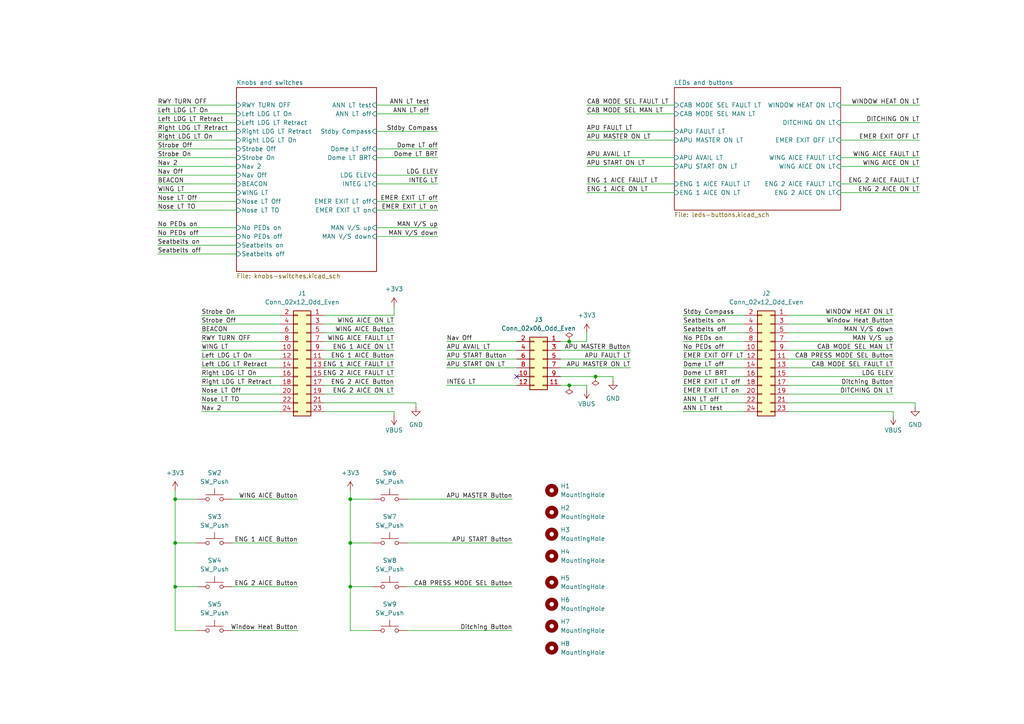
<source format=kicad_sch>
(kicad_sch (version 20231120) (generator "eeschema") (generator_version "8.0")
  (paper "A4")
  (lib_symbols
    (symbol "Connector_Generic:Conn_02x06_Odd_Even" (pin_names (offset 1.016) hide)
      (property "Reference" "J" (at 1.27 7.62 0))
      (property "Value" "Conn_02x06_Odd_Even" (at 1.27 -10.16 0))
      (symbol "Conn_02x06_Odd_Even_1_1"
        (rectangle (start -1.27 -7.493) (end 0 -7.747) (stroke (width 0.1524)))
        (rectangle (start -1.27 -4.953) (end 0 -5.207) (stroke (width 0.1524)))
        (rectangle (start -1.27 -2.413) (end 0 -2.667) (stroke (width 0.1524)))
        (rectangle (start -1.27 0.127) (end 0 -0.127) (stroke (width 0.1524)))
        (rectangle (start -1.27 2.667) (end 0 2.413) (stroke (width 0.1524)))
        (rectangle (start -1.27 5.207) (end 0 4.953) (stroke (width 0.1524)))
        (rectangle (start -1.27 6.35) (end 3.81 -8.89) (stroke (width 0.254)) (fill (type background)))
        (rectangle (start 3.81 -7.493) (end 2.54 -7.747) (stroke (width 0.1524)))
        (rectangle (start 3.81 -4.953) (end 2.54 -5.207) (stroke (width 0.1524)))
        (rectangle (start 3.81 -2.413) (end 2.54 -2.667) (stroke (width 0.1524)))
        (rectangle (start 3.81 0.127) (end 2.54 -0.127) (stroke (width 0.1524)))
        (rectangle (start 3.81 2.667) (end 2.54 2.413) (stroke (width 0.1524)))
        (rectangle (start 3.81 5.207) (end 2.54 4.953) (stroke (width 0.1524)))
        (pin passive line (at -5.08 5.08 0) (length 3.81) (name "Pin_1") (number "1"))
        (pin passive line (at 7.62 -5.08 180) (length 3.81) (name "Pin_10") (number "10"))
        (pin passive line (at -5.08 -7.62 0) (length 3.81) (name "Pin_11") (number "11"))
        (pin passive line (at 7.62 -7.62 180) (length 3.81) (name "Pin_12") (number "12"))
        (pin passive line (at 7.62 5.08 180) (length 3.81) (name "Pin_2") (number "2"))
        (pin passive line (at -5.08 2.54 0) (length 3.81) (name "Pin_3") (number "3"))
        (pin passive line (at 7.62 2.54 180) (length 3.81) (name "Pin_4") (number "4"))
        (pin passive line (at -5.08 0 0) (length 3.81) (name "Pin_5") (number "5"))
        (pin passive line (at 7.62 0 180) (length 3.81) (name "Pin_6") (number "6"))
        (pin passive line (at -5.08 -2.54 0) (length 3.81) (name "Pin_7") (number "7"))
        (pin passive line (at 7.62 -2.54 180) (length 3.81) (name "Pin_8") (number "8"))
        (pin passive line (at -5.08 -5.08 0) (length 3.81) (name "Pin_9") (number "9"))
      )
    )
    (symbol "Connector_Generic:Conn_02x12_Odd_Even" (pin_names (offset 1.016) hide)
      (property "Reference" "J" (at 1.27 15.24 0))
      (property "Value" "Conn_02x12_Odd_Even" (at 1.27 -17.78 0))
      (symbol "Conn_02x12_Odd_Even_1_1"
        (rectangle (start -1.27 -15.113) (end 0 -15.367) (stroke (width 0.1524)))
        (rectangle (start -1.27 -12.573) (end 0 -12.827) (stroke (width 0.1524)))
        (rectangle (start -1.27 -10.033) (end 0 -10.287) (stroke (width 0.1524)))
        (rectangle (start -1.27 -7.493) (end 0 -7.747) (stroke (width 0.1524)))
        (rectangle (start -1.27 -4.953) (end 0 -5.207) (stroke (width 0.1524)))
        (rectangle (start -1.27 -2.413) (end 0 -2.667) (stroke (width 0.1524)))
        (rectangle (start -1.27 0.127) (end 0 -0.127) (stroke (width 0.1524)))
        (rectangle (start -1.27 2.667) (end 0 2.413) (stroke (width 0.1524)))
        (rectangle (start -1.27 5.207) (end 0 4.953) (stroke (width 0.1524)))
        (rectangle (start -1.27 7.747) (end 0 7.493) (stroke (width 0.1524)))
        (rectangle (start -1.27 10.287) (end 0 10.033) (stroke (width 0.1524)))
        (rectangle (start -1.27 12.827) (end 0 12.573) (stroke (width 0.1524)))
        (rectangle (start -1.27 13.97) (end 3.81 -16.51) (stroke (width 0.254)) (fill (type background)))
        (rectangle (start 3.81 -15.113) (end 2.54 -15.367) (stroke (width 0.1524)))
        (rectangle (start 3.81 -12.573) (end 2.54 -12.827) (stroke (width 0.1524)))
        (rectangle (start 3.81 -10.033) (end 2.54 -10.287) (stroke (width 0.1524)))
        (rectangle (start 3.81 -7.493) (end 2.54 -7.747) (stroke (width 0.1524)))
        (rectangle (start 3.81 -4.953) (end 2.54 -5.207) (stroke (width 0.1524)))
        (rectangle (start 3.81 -2.413) (end 2.54 -2.667) (stroke (width 0.1524)))
        (rectangle (start 3.81 0.127) (end 2.54 -0.127) (stroke (width 0.1524)))
        (rectangle (start 3.81 2.667) (end 2.54 2.413) (stroke (width 0.1524)))
        (rectangle (start 3.81 5.207) (end 2.54 4.953) (stroke (width 0.1524)))
        (rectangle (start 3.81 7.747) (end 2.54 7.493) (stroke (width 0.1524)))
        (rectangle (start 3.81 10.287) (end 2.54 10.033) (stroke (width 0.1524)))
        (rectangle (start 3.81 12.827) (end 2.54 12.573) (stroke (width 0.1524)))
        (pin passive line (at -5.08 12.7 0) (length 3.81) (name "Pin_1") (number "1"))
        (pin passive line (at 7.62 2.54 180) (length 3.81) (name "Pin_10") (number "10"))
        (pin passive line (at -5.08 0 0) (length 3.81) (name "Pin_11") (number "11"))
        (pin passive line (at 7.62 0 180) (length 3.81) (name "Pin_12") (number "12"))
        (pin passive line (at -5.08 -2.54 0) (length 3.81) (name "Pin_13") (number "13"))
        (pin passive line (at 7.62 -2.54 180) (length 3.81) (name "Pin_14") (number "14"))
        (pin passive line (at -5.08 -5.08 0) (length 3.81) (name "Pin_15") (number "15"))
        (pin passive line (at 7.62 -5.08 180) (length 3.81) (name "Pin_16") (number "16"))
        (pin passive line (at -5.08 -7.62 0) (length 3.81) (name "Pin_17") (number "17"))
        (pin passive line (at 7.62 -7.62 180) (length 3.81) (name "Pin_18") (number "18"))
        (pin passive line (at -5.08 -10.16 0) (length 3.81) (name "Pin_19") (number "19"))
        (pin passive line (at 7.62 12.7 180) (length 3.81) (name "Pin_2") (number "2"))
        (pin passive line (at 7.62 -10.16 180) (length 3.81) (name "Pin_20") (number "20"))
        (pin passive line (at -5.08 -12.7 0) (length 3.81) (name "Pin_21") (number "21"))
        (pin passive line (at 7.62 -12.7 180) (length 3.81) (name "Pin_22") (number "22"))
        (pin passive line (at -5.08 -15.24 0) (length 3.81) (name "Pin_23") (number "23"))
        (pin passive line (at 7.62 -15.24 180) (length 3.81) (name "Pin_24") (number "24"))
        (pin passive line (at -5.08 10.16 0) (length 3.81) (name "Pin_3") (number "3"))
        (pin passive line (at 7.62 10.16 180) (length 3.81) (name "Pin_4") (number "4"))
        (pin passive line (at -5.08 7.62 0) (length 3.81) (name "Pin_5") (number "5"))
        (pin passive line (at 7.62 7.62 180) (length 3.81) (name "Pin_6") (number "6"))
        (pin passive line (at -5.08 5.08 0) (length 3.81) (name "Pin_7") (number "7"))
        (pin passive line (at 7.62 5.08 180) (length 3.81) (name "Pin_8") (number "8"))
        (pin passive line (at -5.08 2.54 0) (length 3.81) (name "Pin_9") (number "9"))
      )
    )
    (symbol "GND_1" (power) (pin_numbers hide) (pin_names (offset 0) hide)
      (property "Value" "GND" (at 0 -3.81 0))
      (symbol "GND_1_0_1"
        (polyline (pts (xy 0 0) (xy 0 -1.27) (xy 1.27 -1.27) (xy 0 -2.54) (xy -1.27 -1.27) (xy 0 -1.27)))
      )
      (symbol "GND_1_1_1"
        (pin power_in line (at 0 0 270) (length 0) (name "~") (number "1"))
      )
    )
    (symbol "Mechanical:MountingHole" (pin_names (offset 1.016))
      (property "Reference" "H" (at 0 5.08 0))
      (property "Value" "MountingHole" (at 0 3.175 0))
      (symbol "MountingHole_0_1"
        (circle (center 0 0) (radius 1.27) (stroke (width 1.27)))
      )
    )
    (symbol "Switch:SW_Push" (pin_numbers hide) (pin_names (offset 1.016) hide)
      (property "Reference" "SW" (at 1.27 2.54 0))
      (property "Value" "SW_Push" (at 0 -1.524 0))
      (symbol "SW_Push_0_1"
        (circle (center -2.032 0) (radius 0.508))
        (polyline (pts (xy 0 1.27) (xy 0 3.048)))
        (polyline (pts (xy 2.54 1.27) (xy -2.54 1.27)))
        (circle (center 2.032 0) (radius 0.508))
        (pin passive line (at -5.08 0 0) (length 2.54) (name "1") (number "1"))
        (pin passive line (at 5.08 0 180) (length 2.54) (name "2") (number "2"))
      )
    )
    (symbol "power:+3V3" (power) (pin_numbers hide) (pin_names (offset 0) hide)
      (property "Value" "+3V3" (at 0 3.556 0))
      (symbol "+3V3_0_1"
        (polyline (pts (xy -0.762 1.27) (xy 0 2.54)))
        (polyline (pts (xy 0 0) (xy 0 2.54)))
        (polyline (pts (xy 0 2.54) (xy 0.762 1.27)))
      )
      (symbol "+3V3_1_1"
        (pin power_in line (at 0 0 90) (length 0) (name "~") (number "1"))
      )
    )
    (symbol "power:GND" (power) (pin_numbers hide) (pin_names (offset 0) hide)
      (property "Value" "GND" (at 0 -3.81 0))
      (symbol "GND_0_1"
        (polyline (pts (xy 0 0) (xy 0 -1.27) (xy 1.27 -1.27) (xy 0 -2.54) (xy -1.27 -1.27) (xy 0 -1.27)))
      )
      (symbol "GND_1_1"
        (pin power_in line (at 0 0 270) (length 0) (name "~") (number "1"))
      )
    )
    (symbol "power:PWR_FLAG" (power) (pin_numbers hide) (pin_names (offset 0) hide)
      (property "Value" "PWR_FLAG" (at 0 3.81 0))
      (symbol "PWR_FLAG_0_0"
        (pin power_out line (at 0 0 90) (length 0) (name "~") (number "1"))
      )
      (symbol "PWR_FLAG_0_1"
        (polyline (pts (xy 0 0) (xy 0 1.27) (xy -1.016 1.905) (xy 0 2.54) (xy 1.016 1.905) (xy 0 1.27)))
      )
    )
    (symbol "power:VBUS" (power) (pin_numbers hide) (pin_names (offset 0) hide)
      (property "Value" "VBUS" (at 0 3.556 0))
      (symbol "VBUS_0_1"
        (polyline (pts (xy -0.762 1.27) (xy 0 2.54)))
        (polyline (pts (xy 0 0) (xy 0 2.54)))
        (polyline (pts (xy 0 2.54) (xy 0.762 1.27)))
      )
      (symbol "VBUS_1_1"
        (pin power_in line (at 0 0 90) (length 0) (name "~") (number "1"))
      )
    )
  )
  (junction (at 50.8 144.78))
  (junction (at 50.8 170.18))
  (junction (at 101.6 144.78))
  (junction (at 101.6 157.48))
  (junction (at 165.1 99.06))
  (junction (at 50.8 157.48))
  (junction (at 172.72 109.22))
  (junction (at 101.6 170.18))
  (junction (at 165.1 111.76))
  (no_connect (at 149.86 109.22))
  (wire (pts (xy 162.56 111.76) (xy 165.1 111.76)))
  (wire (pts (xy 118.11 157.48) (xy 148.59 157.48)))
  (wire (pts (xy 129.54 99.06) (xy 149.86 99.06)))
  (wire (pts (xy 215.9 109.22) (xy 198.12 109.22)))
  (wire (pts (xy 215.9 111.76) (xy 198.12 111.76)))
  (wire (pts (xy 170.18 96.52) (xy 170.18 99.06)))
  (wire (pts (xy 228.6 104.14) (xy 259.08 104.14)))
  (wire (pts (xy 45.72 71.12) (xy 68.58 71.12)))
  (wire (pts (xy 45.72 50.8) (xy 68.58 50.8)))
  (wire (pts (xy 162.56 101.6) (xy 182.88 101.6)))
  (wire (pts (xy 45.72 38.1) (xy 68.58 38.1)))
  (wire (pts (xy 93.98 99.06) (xy 114.3 99.06)))
  (wire (pts (xy 101.6 182.88) (xy 101.6 170.18)))
  (wire (pts (xy 228.6 111.76) (xy 259.08 111.76)))
  (wire (pts (xy 215.9 104.14) (xy 198.12 104.14)))
  (wire (pts (xy 58.42 119.38) (xy 81.28 119.38)))
  (wire (pts (xy 243.84 55.88) (xy 266.7 55.88)))
  (wire (pts (xy 67.31 144.78) (xy 86.36 144.78)))
  (wire (pts (xy 57.15 170.18) (xy 50.8 170.18)))
  (wire (pts (xy 120.65 116.84) (xy 120.65 118.11)))
  (wire (pts (xy 58.42 106.68) (xy 81.28 106.68)))
  (wire (pts (xy 170.18 40.64) (xy 195.58 40.64)))
  (wire (pts (xy 243.84 53.34) (xy 266.7 53.34)))
  (wire (pts (xy 170.18 111.76) (xy 170.18 113.03)))
  (wire (pts (xy 50.8 157.48) (xy 50.8 144.78)))
  (wire (pts (xy 50.8 182.88) (xy 50.8 170.18)))
  (wire (pts (xy 118.11 144.78) (xy 148.59 144.78)))
  (wire (pts (xy 45.72 35.56) (xy 68.58 35.56)))
  (wire (pts (xy 198.12 93.98) (xy 215.9 93.98)))
  (wire (pts (xy 58.42 96.52) (xy 81.28 96.52)))
  (wire (pts (xy 93.98 91.44) (xy 114.3 91.44)))
  (wire (pts (xy 182.88 104.14) (xy 162.56 104.14)))
  (wire (pts (xy 45.72 60.96) (xy 68.58 60.96)))
  (wire (pts (xy 162.56 99.06) (xy 165.1 99.06)))
  (wire (pts (xy 265.43 116.84) (xy 265.43 118.11)))
  (wire (pts (xy 215.9 116.84) (xy 198.12 116.84)))
  (wire (pts (xy 198.12 101.6) (xy 215.9 101.6)))
  (wire (pts (xy 45.72 58.42) (xy 68.58 58.42)))
  (wire (pts (xy 45.72 33.02) (xy 68.58 33.02)))
  (wire (pts (xy 109.22 43.18) (xy 127 43.18)))
  (wire (pts (xy 170.18 48.26) (xy 195.58 48.26)))
  (wire (pts (xy 101.6 170.18) (xy 101.6 157.48)))
  (wire (pts (xy 45.72 55.88) (xy 68.58 55.88)))
  (wire (pts (xy 50.8 144.78) (xy 50.8 142.24)))
  (wire (pts (xy 45.72 66.04) (xy 68.58 66.04)))
  (wire (pts (xy 228.6 114.3) (xy 259.08 114.3)))
  (wire (pts (xy 228.6 106.68) (xy 259.08 106.68)))
  (wire (pts (xy 215.9 114.3) (xy 198.12 114.3)))
  (wire (pts (xy 129.54 101.6) (xy 149.86 101.6)))
  (wire (pts (xy 114.3 106.68) (xy 93.98 106.68)))
  (wire (pts (xy 114.3 101.6) (xy 93.98 101.6)))
  (wire (pts (xy 67.31 170.18) (xy 86.36 170.18)))
  (wire (pts (xy 57.15 157.48) (xy 50.8 157.48)))
  (wire (pts (xy 58.42 101.6) (xy 81.28 101.6)))
  (wire (pts (xy 114.3 120.65) (xy 114.3 119.38)))
  (wire (pts (xy 58.42 99.06) (xy 81.28 99.06)))
  (wire (pts (xy 93.98 116.84) (xy 120.65 116.84)))
  (wire (pts (xy 101.6 157.48) (xy 101.6 144.78)))
  (wire (pts (xy 215.9 91.44) (xy 198.12 91.44)))
  (wire (pts (xy 182.88 106.68) (xy 162.56 106.68)))
  (wire (pts (xy 93.98 104.14) (xy 114.3 104.14)))
  (wire (pts (xy 45.72 53.34) (xy 68.58 53.34)))
  (wire (pts (xy 109.22 45.72) (xy 127 45.72)))
  (wire (pts (xy 93.98 93.98) (xy 114.3 93.98)))
  (wire (pts (xy 67.31 157.48) (xy 86.36 157.48)))
  (wire (pts (xy 114.3 88.9) (xy 114.3 91.44)))
  (wire (pts (xy 58.42 91.44) (xy 81.28 91.44)))
  (wire (pts (xy 93.98 119.38) (xy 114.3 119.38)))
  (wire (pts (xy 129.54 106.68) (xy 149.86 106.68)))
  (wire (pts (xy 45.72 45.72) (xy 68.58 45.72)))
  (wire (pts (xy 109.22 66.04) (xy 127 66.04)))
  (wire (pts (xy 57.15 144.78) (xy 50.8 144.78)))
  (wire (pts (xy 170.18 38.1) (xy 195.58 38.1)))
  (wire (pts (xy 109.22 33.02) (xy 124.46 33.02)))
  (wire (pts (xy 58.42 114.3) (xy 81.28 114.3)))
  (wire (pts (xy 93.98 109.22) (xy 114.3 109.22)))
  (wire (pts (xy 45.72 30.48) (xy 68.58 30.48)))
  (wire (pts (xy 109.22 58.42) (xy 127 58.42)))
  (wire (pts (xy 228.6 96.52) (xy 259.08 96.52)))
  (wire (pts (xy 243.84 40.64) (xy 266.7 40.64)))
  (wire (pts (xy 109.22 38.1) (xy 127 38.1)))
  (wire (pts (xy 243.84 30.48) (xy 266.7 30.48)))
  (wire (pts (xy 170.18 30.48) (xy 195.58 30.48)))
  (wire (pts (xy 45.72 73.66) (xy 68.58 73.66)))
  (wire (pts (xy 170.18 55.88) (xy 195.58 55.88)))
  (wire (pts (xy 259.08 120.65) (xy 259.08 119.38)))
  (wire (pts (xy 93.98 111.76) (xy 114.3 111.76)))
  (wire (pts (xy 118.11 170.18) (xy 148.59 170.18)))
  (wire (pts (xy 118.11 182.88) (xy 148.59 182.88)))
  (wire (pts (xy 162.56 109.22) (xy 172.72 109.22)))
  (wire (pts (xy 165.1 111.76) (xy 170.18 111.76)))
  (wire (pts (xy 45.72 48.26) (xy 68.58 48.26)))
  (wire (pts (xy 58.42 109.22) (xy 81.28 109.22)))
  (wire (pts (xy 228.6 99.06) (xy 259.08 99.06)))
  (wire (pts (xy 170.18 33.02) (xy 195.58 33.02)))
  (wire (pts (xy 58.42 116.84) (xy 81.28 116.84)))
  (wire (pts (xy 109.22 53.34) (xy 127 53.34)))
  (wire (pts (xy 243.84 35.56) (xy 266.7 35.56)))
  (wire (pts (xy 109.22 30.48) (xy 124.46 30.48)))
  (wire (pts (xy 149.86 104.14) (xy 129.54 104.14)))
  (wire (pts (xy 67.31 182.88) (xy 86.36 182.88)))
  (wire (pts (xy 243.84 45.72) (xy 266.7 45.72)))
  (wire (pts (xy 107.95 182.88) (xy 101.6 182.88)))
  (wire (pts (xy 177.8 109.22) (xy 177.8 110.49)))
  (wire (pts (xy 259.08 101.6) (xy 228.6 101.6)))
  (wire (pts (xy 165.1 99.06) (xy 170.18 99.06)))
  (wire (pts (xy 57.15 182.88) (xy 50.8 182.88)))
  (wire (pts (xy 107.95 144.78) (xy 101.6 144.78)))
  (wire (pts (xy 109.22 68.58) (xy 127 68.58)))
  (wire (pts (xy 170.18 45.72) (xy 195.58 45.72)))
  (wire (pts (xy 58.42 104.14) (xy 81.28 104.14)))
  (wire (pts (xy 215.9 119.38) (xy 198.12 119.38)))
  (wire (pts (xy 93.98 114.3) (xy 114.3 114.3)))
  (wire (pts (xy 243.84 48.26) (xy 266.7 48.26)))
  (wire (pts (xy 228.6 119.38) (xy 259.08 119.38)))
  (wire (pts (xy 45.72 68.58) (xy 68.58 68.58)))
  (wire (pts (xy 172.72 109.22) (xy 177.8 109.22)))
  (wire (pts (xy 198.12 99.06) (xy 215.9 99.06)))
  (wire (pts (xy 228.6 93.98) (xy 259.08 93.98)))
  (wire (pts (xy 101.6 144.78) (xy 101.6 142.24)))
  (wire (pts (xy 228.6 91.44) (xy 259.08 91.44)))
  (wire (pts (xy 50.8 170.18) (xy 50.8 157.48)))
  (wire (pts (xy 228.6 109.22) (xy 259.08 109.22)))
  (wire (pts (xy 45.72 40.64) (xy 68.58 40.64)))
  (wire (pts (xy 58.42 93.98) (xy 81.28 93.98)))
  (wire (pts (xy 109.22 60.96) (xy 127 60.96)))
  (wire (pts (xy 45.72 43.18) (xy 68.58 43.18)))
  (wire (pts (xy 170.18 53.34) (xy 195.58 53.34)))
  (wire (pts (xy 198.12 96.52) (xy 215.9 96.52)))
  (wire (pts (xy 149.86 111.76) (xy 129.54 111.76)))
  (wire (pts (xy 93.98 96.52) (xy 114.3 96.52)))
  (wire (pts (xy 58.42 111.76) (xy 81.28 111.76)))
  (wire (pts (xy 107.95 170.18) (xy 101.6 170.18)))
  (wire (pts (xy 228.6 116.84) (xy 265.43 116.84)))
  (wire (pts (xy 215.9 106.68) (xy 198.12 106.68)))
  (wire (pts (xy 107.95 157.48) (xy 101.6 157.48)))
  (wire (pts (xy 109.22 50.8) (xy 127 50.8)))
  (label "ENG 2 AICE Button" (at 86.36 170.18 180))
  (label "DITCHING ON LT" (at 266.7 35.56 180))
  (label "Ditching Button" (at 259.08 111.76 180))
  (label "WINDOW HEAT ON LT" (at 266.7 30.48 180))
  (label "ENG 1 AICE Button" (at 114.3 104.14 180))
  (label "BEACON" (at 45.72 53.34 0))
  (label "EMER EXIT LT off" (at 127 58.42 180))
  (label "CAB MODE SEL FAULT LT" (at 170.18 30.48 0))
  (label "ENG 2 AICE FAULT LT" (at 114.3 109.22 180))
  (label "Dome LT off" (at 198.12 106.68 0))
  (label "CAB MODE SEL FAULT LT" (at 259.08 106.68 180))
  (label "INTEG LT" (at 127 53.34 180))
  (label "Strobe On" (at 58.42 91.44 0))
  (label "Seatbelts on" (at 198.12 93.98 0))
  (label "MAN V{slash}S up" (at 127 66.04 180))
  (label "Right LDG LT On" (at 58.42 109.22 0))
  (label "ENG 2 AICE ON LT" (at 114.3 114.3 180))
  (label "ENG 1 AICE ON LT" (at 170.18 55.88 0))
  (label "Left LDG LT On" (at 58.42 104.14 0))
  (label "Seatbelts on" (at 45.72 71.12 0))
  (label "EMER EXIT OFF LT" (at 198.12 104.14 0))
  (label "APU AVAIL LT" (at 170.18 45.72 0))
  (label "ENG 1 AICE FAULT LT" (at 114.3 106.68 180))
  (label "WING AICE FAULT LT" (at 114.3 99.06 180))
  (label "ENG 2 AICE ON LT" (at 266.7 55.88 180))
  (label "INTEG LT" (at 129.54 111.76 0))
  (label "Nav 2" (at 58.42 119.38 0))
  (label "Right LDG LT Retract" (at 45.72 38.1 0))
  (label "MAN V{slash}S down" (at 259.08 96.52 180))
  (label "Nav Off" (at 129.54 99.06 0))
  (label "WING LT" (at 58.42 101.6 0))
  (label "Left LDG LT Retract" (at 45.72 35.56 0))
  (label "Right LDG LT On" (at 45.72 40.64 0))
  (label "RWY TURN OFF" (at 58.42 99.06 0))
  (label "APU FAULT LT" (at 182.88 104.14 180))
  (label "Dome LT BRT" (at 198.12 109.22 0))
  (label "CAB MODE SEL MAN LT" (at 170.18 33.02 0))
  (label "APU MASTER ON LT" (at 170.18 40.64 0))
  (label "Nose LT Off" (at 58.42 114.3 0))
  (label "Dome LT BRT" (at 127 45.72 180))
  (label "Stdby Compass" (at 198.12 91.44 0))
  (label "Nav Off" (at 45.72 50.8 0))
  (label "Strobe On" (at 45.72 45.72 0))
  (label "WING LT" (at 45.72 55.88 0))
  (label "Seatbelts off" (at 198.12 96.52 0))
  (label "APU START Button" (at 129.54 104.14 0))
  (label "Window Heat Button" (at 259.08 93.98 180))
  (label "EMER EXIT OFF LT" (at 266.7 40.64 180))
  (label "DITCHING ON LT" (at 259.08 114.3 180))
  (label "MAN V{slash}S up" (at 259.08 99.06 180))
  (label "Strobe Off" (at 45.72 43.18 0))
  (label "ENG 2 AICE Button" (at 114.3 111.76 180))
  (label "BEACON" (at 58.42 96.52 0))
  (label "Dome LT off" (at 127 43.18 180))
  (label "Nose LT TO" (at 45.72 60.96 0))
  (label "Nav 2" (at 45.72 48.26 0))
  (label "Ditching Button" (at 148.59 182.88 180))
  (label "APU MASTER Button" (at 182.88 101.6 180))
  (label "No PEDs off" (at 198.12 101.6 0))
  (label "APU START Button" (at 148.59 157.48 180))
  (label "APU MASTER Button" (at 148.59 144.78 180))
  (label "Left LDG LT On" (at 45.72 33.02 0))
  (label "WING AICE Button" (at 86.36 144.78 180))
  (label "ENG 1 AICE ON LT" (at 114.3 101.6 180))
  (label "CAB PRESS MODE SEL Button" (at 148.59 170.18 180))
  (label "WING AICE ON LT" (at 114.3 93.98 180))
  (label "LDG ELEV" (at 259.08 109.22 180))
  (label "APU START ON LT" (at 170.18 48.26 0))
  (label "No PEDs off" (at 45.72 68.58 0))
  (label "Right LDG LT Retract" (at 58.42 111.76 0))
  (label "ENG 1 AICE Button" (at 86.36 157.48 180))
  (label "WINDOW HEAT ON LT" (at 259.08 91.44 180))
  (label "Nose LT TO" (at 58.42 116.84 0))
  (label "ANN LT off" (at 124.46 33.02 180))
  (label "Seatbelts off" (at 45.72 73.66 0))
  (label "ENG 1 AICE FAULT LT" (at 170.18 53.34 0))
  (label "Stdby Compass" (at 127 38.1 180))
  (label "WING AICE ON LT" (at 266.7 48.26 180))
  (label "ANN LT off" (at 198.12 116.84 0))
  (label "APU AVAIL LT" (at 129.54 101.6 0))
  (label "WING AICE FAULT LT" (at 266.7 45.72 180))
  (label "Window Heat Button" (at 86.36 182.88 180))
  (label "ENG 2 AICE FAULT LT" (at 266.7 53.34 180))
  (label "LDG ELEV" (at 127 50.8 180))
  (label "ANN LT test" (at 124.46 30.48 180))
  (label "CAB MODE SEL MAN LT" (at 259.08 101.6 180))
  (label "CAB PRESS MODE SEL Button" (at 259.08 104.14 180))
  (label "RWY TURN OFF" (at 45.72 30.48 0))
  (label "ANN LT test" (at 198.12 119.38 0))
  (label "APU START ON LT" (at 129.54 106.68 0))
  (label "EMER EXIT LT on" (at 127 60.96 180))
  (label "WING AICE Button" (at 114.3 96.52 180))
  (label "APU FAULT LT" (at 170.18 38.1 0))
  (label "MAN V{slash}S down" (at 127 68.58 180))
  (label "Strobe Off" (at 58.42 93.98 0))
  (label "EMER EXIT LT on" (at 198.12 114.3 0))
  (label "Left LDG LT Retract" (at 58.42 106.68 0))
  (label "APU MASTER ON LT" (at 182.88 106.68 180))
  (label "No PEDs on" (at 45.72 66.04 0))
  (label "EMER EXIT LT off" (at 198.12 111.76 0))
  (label "No PEDs on" (at 198.12 99.06 0))
  (label "Nose LT Off" (at 45.72 58.42 0))
  (symbol (lib_id "Switch:SW_Push") (at 113.03 182.88 0) (unit 1)
    (property "Reference" "SW9" (at 113.03 175.26 0))
    (property "Value" "SW_Push" (at 113.03 177.8 0))
    (property "Footprint" "NiasStuff:SW_Push_1TS009xxxx-xxxx-xxxx_6x6x5mm" (effects (hide yes)))
    (property "Datasheet" "https://www.lcsc.com/datasheet/lcsc_datasheet_1811151231_HYP--Hongyuan-Precision-1TS009A-1800-5000-CT_C319409.pdf" (effects (hide yes)))
    (property "JLCPCB Part" "C319409" (effects (hide yes)))
    (property "Manufracturer" "HYP (Hongyuan Precision)" (effects (hide yes)))
    (property "Manufracturer Part Number" "1TS009A-1800-5000-CT" (effects (hide yes)))
  )
  (symbol (lib_id "Connector_Generic:Conn_02x12_Odd_Even") (at 88.9 104.14 0) (mirror y) (unit 1)
    (property "Reference" "J1" (at 87.63 85.09 0))
    (property "Value" "Conn_02x12_Odd_Even" (at 87.63 87.63 0))
    (property "Footprint" "Connector_IDC:IDC-Header_2x12_P2.54mm_Vertical" (effects (hide yes)))
    (property "Datasheet" "https://www.lcsc.com/datasheet/lcsc_datasheet_2304140030_BOOMELE-Boom-Precision-Elec-2-54-2-12P_C9137.pdf" (effects (hide yes)))
    (property "JLCPCB Part" "C9137" (effects (hide yes)))
    (property "Manufracturer" "BOOMELE(Boom Precision Elec)" (effects (hide yes)))
    (property "Manufracturer Part Number" "2.54-2*12P" (effects (hide yes)))
  )
  (symbol (lib_id "Connector_Generic:Conn_02x12_Odd_Even") (at 223.52 104.14 0) (mirror y) (unit 1)
    (property "Reference" "J2" (at 222.25 85.09 0))
    (property "Value" "Conn_02x12_Odd_Even" (at 222.25 87.63 0))
    (property "Footprint" "Connector_IDC:IDC-Header_2x12_P2.54mm_Vertical" (effects (hide yes)))
    (property "Datasheet" "https://www.lcsc.com/datasheet/lcsc_datasheet_2304140030_BOOMELE-Boom-Precision-Elec-2-54-2-12P_C9137.pdf" (effects (hide yes)))
    (property "JLCPCB Part" "C9137" (effects (hide yes)))
    (property "Manufracturer" "BOOMELE(Boom Precision Elec)" (effects (hide yes)))
    (property "Manufracturer Part Number" "2.54-2*12P" (effects (hide yes)))
  )
  (symbol (lib_id "Mechanical:MountingHole") (at 160.02 175.26 0) (unit 1) (in_bom no)
    (property "Reference" "H6" (at 162.56 173.99 0) (effects (justify left)))
    (property "Value" "MountingHole" (at 162.56 176.53 0) (effects (justify left)))
    (property "Footprint" "MountingHole:MountingHole_2.2mm_M2" (effects (hide yes)))
  )
  (symbol (lib_id "power:VBUS") (at 170.18 113.03 180) (unit 1)
    (property "Reference" "#PWR058" (effects (hide yes)))
    (property "Value" "VBUS" (at 170.18 117.1631 0))
  )
  (symbol (lib_id "Mechanical:MountingHole") (at 160.02 154.94 0) (unit 1) (in_bom no)
    (property "Reference" "H3" (at 162.56 153.67 0) (effects (justify left)))
    (property "Value" "MountingHole" (at 162.56 156.21 0) (effects (justify left)))
    (property "Footprint" "MountingHole:MountingHole_2.2mm_M2" (effects (hide yes)))
  )
  (symbol (lib_id "power:PWR_FLAG") (at 165.1 111.76 180) (unit 1)
    (property "Reference" "#FLG07" (effects (hide yes)))
    (property "Value" "PWR_FLAG" (effects (hide yes)))
    (property "Description" "Special symbol for telling ERC where power comes from" (effects (hide yes)))
  )
  (symbol (lib_id "power:GND") (at 177.8 110.49 0) (unit 1)
    (property "Reference" "#PWR059" (effects (hide yes)))
    (property "Value" "GND" (at 177.8 115.57 0))
  )
  (symbol (lib_name "GND_1") (lib_id "power:GND") (at 265.43 118.11 0) (unit 1)
    (property "Reference" "#PWR057" (effects (hide yes)))
    (property "Value" "GND" (at 265.43 123.19 0))
    (property "Description" "Power symbol creates a global label with name \"GND\" , ground" (effects (hide yes)))
  )
  (symbol (lib_id "power:+3V3") (at 101.6 142.24 0) (unit 1)
    (property "Reference" "#PWR051" (effects (hide yes)))
    (property "Value" "+3V3" (at 101.6 137.16 0))
    (property "Description" "Power symbol creates a global label with name \"+3V3\"" (effects (hide yes)))
  )
  (symbol (lib_id "Mechanical:MountingHole") (at 160.02 168.91 0) (unit 1) (in_bom no)
    (property "Reference" "H5" (at 162.56 167.64 0) (effects (justify left)))
    (property "Value" "MountingHole" (at 162.56 170.18 0) (effects (justify left)))
    (property "Footprint" "MountingHole:MountingHole_2.2mm_M2" (effects (hide yes)))
  )
  (symbol (lib_id "Mechanical:MountingHole") (at 160.02 181.61 0) (unit 1) (in_bom no)
    (property "Reference" "H7" (at 162.56 180.34 0) (effects (justify left)))
    (property "Value" "MountingHole" (at 162.56 182.88 0) (effects (justify left)))
    (property "Footprint" "MountingHole:MountingHole_2.2mm_M2" (effects (hide yes)))
  )
  (symbol (lib_id "Connector_Generic:Conn_02x06_Odd_Even") (at 157.48 104.14 0) (mirror y) (unit 1)
    (property "Reference" "J3" (at 156.21 92.71 0))
    (property "Value" "Conn_02x06_Odd_Even" (at 156.21 95.25 0))
    (property "Footprint" "Connector_IDC:IDC-Header_2x06_P2.54mm_Vertical" (effects (hide yes)))
  )
  (symbol (lib_id "power:PWR_FLAG") (at 172.72 109.22 180) (unit 1)
    (property "Reference" "#FLG08" (effects (hide yes)))
    (property "Value" "PWR_FLAG" (effects (hide yes)))
    (property "Description" "Special symbol for telling ERC where power comes from" (effects (hide yes)))
  )
  (symbol (lib_id "Switch:SW_Push") (at 62.23 170.18 0) (unit 1)
    (property "Reference" "SW4" (at 62.23 162.56 0))
    (property "Value" "SW_Push" (at 62.23 165.1 0))
    (property "Footprint" "NiasStuff:SW_Push_1TS009xxxx-xxxx-xxxx_6x6x5mm" (effects (hide yes)))
    (property "Datasheet" "https://www.lcsc.com/datasheet/lcsc_datasheet_1811151231_HYP--Hongyuan-Precision-1TS009A-1800-5000-CT_C319409.pdf" (effects (hide yes)))
    (property "JLCPCB Part" "C319409" (effects (hide yes)))
    (property "Manufracturer" "HYP (Hongyuan Precision)" (effects (hide yes)))
    (property "Manufracturer Part Number" "1TS009A-1800-5000-CT" (effects (hide yes)))
  )
  (symbol (lib_id "power:+3V3") (at 50.8 142.24 0) (unit 1)
    (property "Reference" "#PWR050" (effects (hide yes)))
    (property "Value" "+3V3" (at 50.8 137.16 0))
    (property "Description" "Power symbol creates a global label with name \"+3V3\"" (effects (hide yes)))
  )
  (symbol (lib_id "Mechanical:MountingHole") (at 160.02 187.96 0) (unit 1) (in_bom no)
    (property "Reference" "H8" (at 162.56 186.69 0) (effects (justify left)))
    (property "Value" "MountingHole" (at 162.56 189.23 0) (effects (justify left)))
    (property "Footprint" "MountingHole:MountingHole_2.2mm_M2" (effects (hide yes)))
  )
  (symbol (lib_id "power:+3V3") (at 114.3 88.9 0) (unit 1)
    (property "Reference" "#PWR052" (effects (hide yes)))
    (property "Value" "+3V3" (at 114.3 83.82 0))
    (property "Description" "Power symbol creates a global label with name \"+3V3\"" (effects (hide yes)))
  )
  (symbol (lib_id "Switch:SW_Push") (at 113.03 157.48 0) (unit 1)
    (property "Reference" "SW7" (at 113.03 149.86 0))
    (property "Value" "SW_Push" (at 113.03 152.4 0))
    (property "Footprint" "NiasStuff:SW_Push_1TS009xxxx-xxxx-xxxx_6x6x5mm" (effects (hide yes)))
    (property "Datasheet" "https://www.lcsc.com/datasheet/lcsc_datasheet_1811151231_HYP--Hongyuan-Precision-1TS009A-1800-5000-CT_C319409.pdf" (effects (hide yes)))
    (property "JLCPCB Part" "C319409" (effects (hide yes)))
    (property "Manufracturer" "HYP (Hongyuan Precision)" (effects (hide yes)))
    (property "Manufracturer Part Number" "1TS009A-1800-5000-CT" (effects (hide yes)))
  )
  (symbol (lib_id "power:+3V3") (at 170.18 96.52 0) (unit 1)
    (property "Reference" "#PWR055" (effects (hide yes)))
    (property "Value" "+3V3" (at 170.18 91.44 0))
  )
  (symbol (lib_id "Mechanical:MountingHole") (at 160.02 142.24 0) (unit 1) (in_bom no)
    (property "Reference" "H1" (at 162.56 140.97 0) (effects (justify left)))
    (property "Value" "MountingHole" (at 162.56 143.51 0) (effects (justify left)))
    (property "Footprint" "MountingHole:MountingHole_2.2mm_M2" (effects (hide yes)))
  )
  (symbol (lib_id "Switch:SW_Push") (at 62.23 144.78 0) (unit 1)
    (property "Reference" "SW2" (at 62.23 137.16 0))
    (property "Value" "SW_Push" (at 62.23 139.7 0))
    (property "Footprint" "NiasStuff:SW_Push_1TS009xxxx-xxxx-xxxx_6x6x5mm" (effects (hide yes)))
    (property "Datasheet" "https://www.lcsc.com/datasheet/lcsc_datasheet_1811151231_HYP--Hongyuan-Precision-1TS009A-1800-5000-CT_C319409.pdf" (effects (hide yes)))
    (property "JLCPCB Part" "C319409" (effects (hide yes)))
    (property "Manufracturer" "HYP (Hongyuan Precision)" (effects (hide yes)))
    (property "Manufracturer Part Number" "1TS009A-1800-5000-CT" (effects (hide yes)))
  )
  (symbol (lib_id "Mechanical:MountingHole") (at 160.02 161.29 0) (unit 1) (in_bom no)
    (property "Reference" "H4" (at 162.56 160.02 0) (effects (justify left)))
    (property "Value" "MountingHole" (at 162.56 162.56 0) (effects (justify left)))
    (property "Footprint" "MountingHole:MountingHole_2.2mm_M2" (effects (hide yes)))
  )
  (symbol (lib_id "power:VBUS") (at 259.08 120.65 180) (unit 1)
    (property "Reference" "#PWR056" (effects (hide yes)))
    (property "Value" "VBUS" (at 259.08 124.7831 0))
    (property "Description" "Power symbol creates a global label with name \"VBUS\"" (effects (hide yes)))
  )
  (symbol (lib_id "Mechanical:MountingHole") (at 160.02 148.59 0) (unit 1) (in_bom no)
    (property "Reference" "H2" (at 162.56 147.32 0) (effects (justify left)))
    (property "Value" "MountingHole" (at 162.56 149.86 0) (effects (justify left)))
    (property "Footprint" "MountingHole:MountingHole_2.2mm_M2" (effects (hide yes)))
  )
  (symbol (lib_id "power:VBUS") (at 114.3 120.65 180) (unit 1)
    (property "Reference" "#PWR053" (effects (hide yes)))
    (property "Value" "VBUS" (at 114.3 124.7831 0))
    (property "Description" "Power symbol creates a global label with name \"VBUS\"" (effects (hide yes)))
  )
  (symbol (lib_id "power:PWR_FLAG") (at 165.1 99.06 0) (unit 1)
    (property "Reference" "#FLG04" (effects (hide yes)))
    (property "Value" "PWR_FLAG" (effects (hide yes)))
    (property "Description" "Special symbol for telling ERC where power comes from" (effects (hide yes)))
  )
  (symbol (lib_name "GND_1") (lib_id "power:GND") (at 120.65 118.11 0) (unit 1)
    (property "Reference" "#PWR054" (effects (hide yes)))
    (property "Value" "GND" (at 120.65 123.19 0))
    (property "Description" "Power symbol creates a global label with name \"GND\" , ground" (effects (hide yes)))
  )
  (symbol (lib_id "Switch:SW_Push") (at 113.03 144.78 0) (unit 1)
    (property "Reference" "SW6" (at 113.03 137.16 0))
    (property "Value" "SW_Push" (at 113.03 139.7 0))
    (property "Footprint" "NiasStuff:SW_Push_1TS009xxxx-xxxx-xxxx_6x6x5mm" (effects (hide yes)))
    (property "Datasheet" "https://www.lcsc.com/datasheet/lcsc_datasheet_1811151231_HYP--Hongyuan-Precision-1TS009A-1800-5000-CT_C319409.pdf" (effects (hide yes)))
    (property "JLCPCB Part" "C319409" (effects (hide yes)))
    (property "Manufracturer" "HYP (Hongyuan Precision)" (effects (hide yes)))
    (property "Manufracturer Part Number" "1TS009A-1800-5000-CT" (effects (hide yes)))
  )
  (symbol (lib_id "Switch:SW_Push") (at 113.03 170.18 0) (unit 1)
    (property "Reference" "SW8" (at 113.03 162.56 0))
    (property "Value" "SW_Push" (at 113.03 165.1 0))
    (property "Footprint" "NiasStuff:SW_Push_1TS009xxxx-xxxx-xxxx_6x6x5mm" (effects (hide yes)))
    (property "Datasheet" "https://www.lcsc.com/datasheet/lcsc_datasheet_1811151231_HYP--Hongyuan-Precision-1TS009A-1800-5000-CT_C319409.pdf" (effects (hide yes)))
    (property "JLCPCB Part" "C319409" (effects (hide yes)))
    (property "Manufracturer" "HYP (Hongyuan Precision)" (effects (hide yes)))
    (property "Manufracturer Part Number" "1TS009A-1800-5000-CT" (effects (hide yes)))
  )
  (symbol (lib_id "Switch:SW_Push") (at 62.23 157.48 0) (unit 1)
    (property "Reference" "SW3" (at 62.23 149.86 0))
    (property "Value" "SW_Push" (at 62.23 152.4 0))
    (property "Footprint" "NiasStuff:SW_Push_1TS009xxxx-xxxx-xxxx_6x6x5mm" (effects (hide yes)))
    (property "Datasheet" "https://www.lcsc.com/datasheet/lcsc_datasheet_1811151231_HYP--Hongyuan-Precision-1TS009A-1800-5000-CT_C319409.pdf" (effects (hide yes)))
    (property "JLCPCB Part" "C319409" (effects (hide yes)))
    (property "Manufracturer" "HYP (Hongyuan Precision)" (effects (hide yes)))
    (property "Manufracturer Part Number" "1TS009A-1800-5000-CT" (effects (hide yes)))
  )
  (symbol (lib_id "Switch:SW_Push") (at 62.23 182.88 0) (unit 1)
    (property "Reference" "SW5" (at 62.23 175.26 0))
    (property "Value" "SW_Push" (at 62.23 177.8 0))
    (property "Footprint" "NiasStuff:SW_Push_1TS009xxxx-xxxx-xxxx_6x6x5mm" (effects (hide yes)))
    (property "Datasheet" "https://www.lcsc.com/datasheet/lcsc_datasheet_1811151231_HYP--Hongyuan-Precision-1TS009A-1800-5000-CT_C319409.pdf" (effects (hide yes)))
    (property "JLCPCB Part" "C319409" (effects (hide yes)))
    (property "Manufracturer" "HYP (Hongyuan Precision)" (effects (hide yes)))
    (property "Manufracturer Part Number" "1TS009A-1800-5000-CT" (effects (hide yes)))
  )
  (sheet (at 68.58 25.4) (size 40.64 53.34) (stroke (width 0.1524))
    (property "Sheetname" "Knobs and switches" (at 68.58 24.6884 0) (effects (justify left bottom)))
    (property "Sheetfile" "knobs-switches.kicad_sch" (at 68.58 79.3246 0) (effects (justify left top)))
    (pin "Right LDG LT Retract" input (at 68.58 38.1 180))
    (pin "Left LDG LT On" input (at 68.58 33.02 180))
    (pin "Left LDG LT Retract" input (at 68.58 35.56 180))
    (pin "Right LDG LT On" input (at 68.58 40.64 180))
    (pin "Strobe Off" input (at 68.58 43.18 180))
    (pin "Nav 2" input (at 68.58 48.26 180))
    (pin "Strobe On" input (at 68.58 45.72 180))
    (pin "LDG ELEV" input (at 109.22 50.8 0))
    (pin "INTEG LT" input (at 109.22 53.34 0))
    (pin "BEACON" input (at 68.58 53.34 180))
    (pin "WING LT" input (at 68.58 55.88 180))
    (pin "Nose LT Off" input (at 68.58 58.42 180))
    (pin "Nose LT TO" input (at 68.58 60.96 180))
    (pin "Nav Off" input (at 68.58 50.8 180))
    (pin "EMER EXIT LT off" input (at 109.22 58.42 0))
    (pin "EMER EXIT LT on" input (at 109.22 60.96 0))
    (pin "No PEDs on" input (at 68.58 66.04 180))
    (pin "No PEDs off" input (at 68.58 68.58 180))
    (pin "ANN LT test" input (at 109.22 30.48 0))
    (pin "ANN LT off" input (at 109.22 33.02 0))
    (pin "RWY TURN OFF" input (at 68.58 30.48 180))
    (pin "Stdby Compass" input (at 109.22 38.1 0))
    (pin "Seatbelts on" input (at 68.58 71.12 180))
    (pin "Seatbelts off" input (at 68.58 73.66 180))
    (pin "Dome LT off" input (at 109.22 43.18 0))
    (pin "Dome LT BRT" input (at 109.22 45.72 0))
    (pin "MAN V{slash}S up" input (at 109.22 66.04 0))
    (pin "MAN V{slash}S down" input (at 109.22 68.58 0))
  )
  (sheet (at 195.58 25.4) (size 48.26 35.56) (stroke (width 0.1524))
    (property "Sheetname" "LEDs and buttons" (at 195.58 24.6884 0) (effects (justify left bottom)))
    (property "Sheetfile" "leds-buttons.kicad_sch" (at 195.58 61.5446 0) (effects (justify left top)))
    (pin "CAB MODE SEL FAULT LT" input (at 195.58 30.48 180))
    (pin "CAB MODE SEL MAN LT" input (at 195.58 33.02 180))
    (pin "WINDOW HEAT ON LT" input (at 243.84 30.48 0))
    (pin "DITCHING ON LT" input (at 243.84 35.56 0))
    (pin "EMER EXIT OFF LT" input (at 243.84 40.64 0))
    (pin "APU MASTER ON LT" input (at 195.58 40.64 180))
    (pin "APU AVAIL LT" input (at 195.58 45.72 180))
    (pin "APU FAULT LT" input (at 195.58 38.1 180))
    (pin "APU START ON LT" input (at 195.58 48.26 180))
    (pin "ENG 2 AICE FAULT LT" input (at 243.84 53.34 0))
    (pin "WING AICE FAULT LT" input (at 243.84 45.72 0))
    (pin "WING AICE ON LT" input (at 243.84 48.26 0))
    (pin "ENG 1 AICE FAULT LT" input (at 195.58 53.34 180))
    (pin "ENG 2 AICE ON LT" input (at 243.84 55.88 0))
    (pin "ENG 1 AICE ON LT" input (at 195.58 55.88 180))
  )
)
</source>
